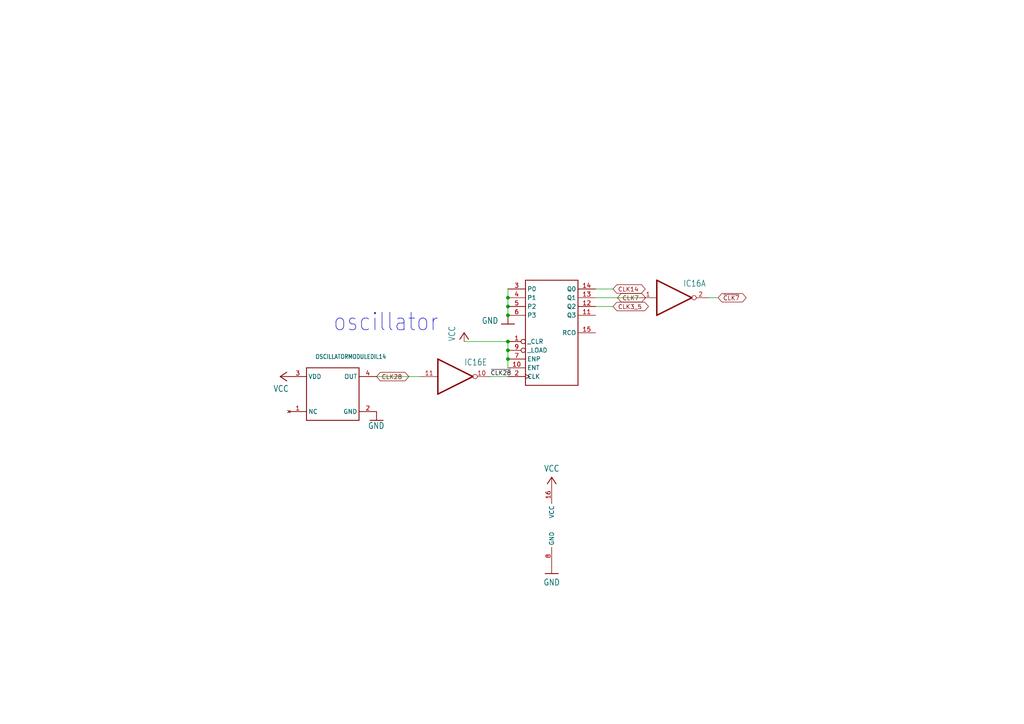
<source format=kicad_sch>
(kicad_sch (version 20230121) (generator eeschema)

  (uuid f825cb64-79c3-4fd9-a289-6df230eebe13)

  (paper "A4")

  (lib_symbols
    (symbol "cpu-blitter-inputs-eagle-import:7404N" (in_bom yes) (on_board yes)
      (property "Reference" "IC" (at -0.635 -0.635 0)
        (effects (font (size 1.778 1.5113)) (justify left bottom))
      )
      (property "Value" "" (at 2.54 -5.08 0)
        (effects (font (size 1.778 1.5113)) (justify left bottom) hide)
      )
      (property "Footprint" "cpu-blitter-inputs:DIL14" (at 0 0 0)
        (effects (font (size 1.27 1.27)) hide)
      )
      (property "Datasheet" "" (at 0 0 0)
        (effects (font (size 1.27 1.27)) hide)
      )
      (property "ki_locked" "" (at 0 0 0)
        (effects (font (size 1.27 1.27)))
      )
      (symbol "7404N_1_0"
        (polyline
          (pts
            (xy -5.08 -5.08)
            (xy -5.08 5.08)
          )
          (stroke (width 0.4064) (type solid))
          (fill (type none))
        )
        (polyline
          (pts
            (xy -5.08 5.08)
            (xy 5.08 0)
          )
          (stroke (width 0.4064) (type solid))
          (fill (type none))
        )
        (polyline
          (pts
            (xy 5.08 0)
            (xy -5.08 -5.08)
          )
          (stroke (width 0.4064) (type solid))
          (fill (type none))
        )
        (pin input line (at -10.16 0 0) (length 5.08)
          (name "I" (effects (font (size 0 0))))
          (number "1" (effects (font (size 1.27 1.27))))
        )
        (pin output inverted (at 10.16 0 180) (length 5.08)
          (name "O" (effects (font (size 0 0))))
          (number "2" (effects (font (size 1.27 1.27))))
        )
      )
      (symbol "7404N_2_0"
        (polyline
          (pts
            (xy -5.08 -5.08)
            (xy -5.08 5.08)
          )
          (stroke (width 0.4064) (type solid))
          (fill (type none))
        )
        (polyline
          (pts
            (xy -5.08 5.08)
            (xy 5.08 0)
          )
          (stroke (width 0.4064) (type solid))
          (fill (type none))
        )
        (polyline
          (pts
            (xy 5.08 0)
            (xy -5.08 -5.08)
          )
          (stroke (width 0.4064) (type solid))
          (fill (type none))
        )
        (pin input line (at -10.16 0 0) (length 5.08)
          (name "I" (effects (font (size 0 0))))
          (number "3" (effects (font (size 1.27 1.27))))
        )
        (pin output inverted (at 10.16 0 180) (length 5.08)
          (name "O" (effects (font (size 0 0))))
          (number "4" (effects (font (size 1.27 1.27))))
        )
      )
      (symbol "7404N_3_0"
        (polyline
          (pts
            (xy -5.08 -5.08)
            (xy -5.08 5.08)
          )
          (stroke (width 0.4064) (type solid))
          (fill (type none))
        )
        (polyline
          (pts
            (xy -5.08 5.08)
            (xy 5.08 0)
          )
          (stroke (width 0.4064) (type solid))
          (fill (type none))
        )
        (polyline
          (pts
            (xy 5.08 0)
            (xy -5.08 -5.08)
          )
          (stroke (width 0.4064) (type solid))
          (fill (type none))
        )
        (pin input line (at -10.16 0 0) (length 5.08)
          (name "I" (effects (font (size 0 0))))
          (number "5" (effects (font (size 1.27 1.27))))
        )
        (pin output inverted (at 10.16 0 180) (length 5.08)
          (name "O" (effects (font (size 0 0))))
          (number "6" (effects (font (size 1.27 1.27))))
        )
      )
      (symbol "7404N_4_0"
        (polyline
          (pts
            (xy -5.08 -5.08)
            (xy -5.08 5.08)
          )
          (stroke (width 0.4064) (type solid))
          (fill (type none))
        )
        (polyline
          (pts
            (xy -5.08 5.08)
            (xy 5.08 0)
          )
          (stroke (width 0.4064) (type solid))
          (fill (type none))
        )
        (polyline
          (pts
            (xy 5.08 0)
            (xy -5.08 -5.08)
          )
          (stroke (width 0.4064) (type solid))
          (fill (type none))
        )
        (pin output inverted (at 10.16 0 180) (length 5.08)
          (name "O" (effects (font (size 0 0))))
          (number "8" (effects (font (size 1.27 1.27))))
        )
        (pin input line (at -10.16 0 0) (length 5.08)
          (name "I" (effects (font (size 0 0))))
          (number "9" (effects (font (size 1.27 1.27))))
        )
      )
      (symbol "7404N_5_0"
        (polyline
          (pts
            (xy -5.08 -5.08)
            (xy -5.08 5.08)
          )
          (stroke (width 0.4064) (type solid))
          (fill (type none))
        )
        (polyline
          (pts
            (xy -5.08 5.08)
            (xy 5.08 0)
          )
          (stroke (width 0.4064) (type solid))
          (fill (type none))
        )
        (polyline
          (pts
            (xy 5.08 0)
            (xy -5.08 -5.08)
          )
          (stroke (width 0.4064) (type solid))
          (fill (type none))
        )
        (pin output inverted (at 10.16 0 180) (length 5.08)
          (name "O" (effects (font (size 0 0))))
          (number "10" (effects (font (size 1.27 1.27))))
        )
        (pin input line (at -10.16 0 0) (length 5.08)
          (name "I" (effects (font (size 0 0))))
          (number "11" (effects (font (size 1.27 1.27))))
        )
      )
      (symbol "7404N_6_0"
        (polyline
          (pts
            (xy -5.08 -5.08)
            (xy -5.08 5.08)
          )
          (stroke (width 0.4064) (type solid))
          (fill (type none))
        )
        (polyline
          (pts
            (xy -5.08 5.08)
            (xy 5.08 0)
          )
          (stroke (width 0.4064) (type solid))
          (fill (type none))
        )
        (polyline
          (pts
            (xy 5.08 0)
            (xy -5.08 -5.08)
          )
          (stroke (width 0.4064) (type solid))
          (fill (type none))
        )
        (pin output inverted (at 10.16 0 180) (length 5.08)
          (name "O" (effects (font (size 0 0))))
          (number "12" (effects (font (size 1.27 1.27))))
        )
        (pin input line (at -10.16 0 0) (length 5.08)
          (name "I" (effects (font (size 0 0))))
          (number "13" (effects (font (size 1.27 1.27))))
        )
      )
      (symbol "7404N_7_0"
        (text "GND" (at 1.905 -7.62 900)
          (effects (font (size 1.27 1.0795)) (justify left bottom))
        )
        (text "VCC" (at 1.905 5.08 900)
          (effects (font (size 1.27 1.0795)) (justify left bottom))
        )
        (pin power_in line (at 0 10.16 270) (length 7.62)
          (name "VCC" (effects (font (size 0 0))))
          (number "14" (effects (font (size 1.27 1.27))))
        )
        (pin power_in line (at 0 -10.16 90) (length 7.62)
          (name "GND" (effects (font (size 0 0))))
          (number "7" (effects (font (size 1.27 1.27))))
        )
      )
    )
    (symbol "cpu-blitter-inputs-eagle-import:74HC163" (in_bom yes) (on_board yes)
      (property "Reference" "" (at 0 0 0)
        (effects (font (size 1.27 1.27)) hide)
      )
      (property "Value" "" (at 0 0 0)
        (effects (font (size 1.27 1.27)) hide)
      )
      (property "Footprint" "cpu-blitter-inputs:DIL16" (at 0 0 0)
        (effects (font (size 1.27 1.27)) hide)
      )
      (property "Datasheet" "" (at 0 0 0)
        (effects (font (size 1.27 1.27)) hide)
      )
      (property "ki_locked" "" (at 0 0 0)
        (effects (font (size 1.27 1.27)))
      )
      (symbol "74HC163_1_0"
        (polyline
          (pts
            (xy -7.62 -15.24)
            (xy -7.62 15.24)
          )
          (stroke (width 0.254) (type solid))
          (fill (type none))
        )
        (polyline
          (pts
            (xy -7.62 15.24)
            (xy 7.62 15.24)
          )
          (stroke (width 0.254) (type solid))
          (fill (type none))
        )
        (polyline
          (pts
            (xy 7.62 -15.24)
            (xy -7.62 -15.24)
          )
          (stroke (width 0.254) (type solid))
          (fill (type none))
        )
        (polyline
          (pts
            (xy 7.62 15.24)
            (xy 7.62 -15.24)
          )
          (stroke (width 0.254) (type solid))
          (fill (type none))
        )
        (pin bidirectional inverted (at -12.7 -2.54 0) (length 5.08)
          (name "_CLR" (effects (font (size 1.27 1.27))))
          (number "1" (effects (font (size 1.27 1.27))))
        )
        (pin bidirectional line (at -12.7 -10.16 0) (length 5.08)
          (name "ENT" (effects (font (size 1.27 1.27))))
          (number "10" (effects (font (size 1.27 1.27))))
        )
        (pin bidirectional line (at 12.7 5.08 180) (length 5.08)
          (name "Q3" (effects (font (size 1.27 1.27))))
          (number "11" (effects (font (size 1.27 1.27))))
        )
        (pin bidirectional line (at 12.7 7.62 180) (length 5.08)
          (name "Q2" (effects (font (size 1.27 1.27))))
          (number "12" (effects (font (size 1.27 1.27))))
        )
        (pin bidirectional line (at 12.7 10.16 180) (length 5.08)
          (name "Q1" (effects (font (size 1.27 1.27))))
          (number "13" (effects (font (size 1.27 1.27))))
        )
        (pin bidirectional line (at 12.7 12.7 180) (length 5.08)
          (name "Q0" (effects (font (size 1.27 1.27))))
          (number "14" (effects (font (size 1.27 1.27))))
        )
        (pin bidirectional line (at 12.7 0 180) (length 5.08)
          (name "RCO" (effects (font (size 1.27 1.27))))
          (number "15" (effects (font (size 1.27 1.27))))
        )
        (pin bidirectional clock (at -12.7 -12.7 0) (length 5.08)
          (name "CLK" (effects (font (size 1.27 1.27))))
          (number "2" (effects (font (size 1.27 1.27))))
        )
        (pin bidirectional line (at -12.7 12.7 0) (length 5.08)
          (name "P0" (effects (font (size 1.27 1.27))))
          (number "3" (effects (font (size 1.27 1.27))))
        )
        (pin bidirectional line (at -12.7 10.16 0) (length 5.08)
          (name "P1" (effects (font (size 1.27 1.27))))
          (number "4" (effects (font (size 1.27 1.27))))
        )
        (pin bidirectional line (at -12.7 7.62 0) (length 5.08)
          (name "P2" (effects (font (size 1.27 1.27))))
          (number "5" (effects (font (size 1.27 1.27))))
        )
        (pin bidirectional line (at -12.7 5.08 0) (length 5.08)
          (name "P3" (effects (font (size 1.27 1.27))))
          (number "6" (effects (font (size 1.27 1.27))))
        )
        (pin bidirectional line (at -12.7 -7.62 0) (length 5.08)
          (name "ENP" (effects (font (size 1.27 1.27))))
          (number "7" (effects (font (size 1.27 1.27))))
        )
        (pin bidirectional inverted (at -12.7 -5.08 0) (length 5.08)
          (name "_LOAD" (effects (font (size 1.27 1.27))))
          (number "9" (effects (font (size 1.27 1.27))))
        )
      )
      (symbol "74HC163_2_0"
        (pin power_in line (at 0 12.7 270) (length 5.08)
          (name "VCC" (effects (font (size 1.27 1.27))))
          (number "16" (effects (font (size 1.27 1.27))))
        )
        (pin power_in line (at 0 -10.16 90) (length 5.08)
          (name "GND" (effects (font (size 1.27 1.27))))
          (number "8" (effects (font (size 1.27 1.27))))
        )
      )
    )
    (symbol "cpu-blitter-inputs-eagle-import:GND" (power) (in_bom yes) (on_board yes)
      (property "Reference" "#GND" (at 0 0 0)
        (effects (font (size 1.27 1.27)) hide)
      )
      (property "Value" "GND" (at -2.54 -2.54 0)
        (effects (font (size 1.778 1.5113)) (justify left bottom))
      )
      (property "Footprint" "" (at 0 0 0)
        (effects (font (size 1.27 1.27)) hide)
      )
      (property "Datasheet" "" (at 0 0 0)
        (effects (font (size 1.27 1.27)) hide)
      )
      (property "ki_locked" "" (at 0 0 0)
        (effects (font (size 1.27 1.27)))
      )
      (symbol "GND_1_0"
        (polyline
          (pts
            (xy -1.905 0)
            (xy 1.905 0)
          )
          (stroke (width 0.254) (type solid))
          (fill (type none))
        )
        (pin power_in line (at 0 2.54 270) (length 2.54)
          (name "GND" (effects (font (size 0 0))))
          (number "1" (effects (font (size 0 0))))
        )
      )
    )
    (symbol "cpu-blitter-inputs-eagle-import:OSCILLATORMODULEDIL14" (in_bom yes) (on_board yes)
      (property "Reference" "U$2" (at -5.08 12.7 0)
        (effects (font (size 1.27 1.0795)) (justify left bottom) hide)
      )
      (property "Value" "OSCILLATORMODULEDIL14" (at -5.08 10.16 0)
        (effects (font (size 1.27 1.0795)) (justify left bottom))
      )
      (property "Footprint" "Oscillator:Oscillator_SMD_IQD_IQXO70-4Pin_7.5x5.0mm_HandSoldering" (at 0 0 0)
        (effects (font (size 1.27 1.27)) hide)
      )
      (property "Datasheet" "" (at 0 0 0)
        (effects (font (size 1.27 1.27)) hide)
      )
      (property "ki_locked" "" (at 0 0 0)
        (effects (font (size 1.27 1.27)))
      )
      (symbol "OSCILLATORMODULEDIL14_1_0"
        (polyline
          (pts
            (xy -7.62 -7.62)
            (xy 7.62 -7.62)
          )
          (stroke (width 0.254) (type solid))
          (fill (type none))
        )
        (polyline
          (pts
            (xy -7.62 7.62)
            (xy -7.62 -7.62)
          )
          (stroke (width 0.254) (type solid))
          (fill (type none))
        )
        (polyline
          (pts
            (xy 7.62 -7.62)
            (xy 7.62 7.62)
          )
          (stroke (width 0.254) (type solid))
          (fill (type none))
        )
        (polyline
          (pts
            (xy 7.62 7.62)
            (xy -7.62 7.62)
          )
          (stroke (width 0.254) (type solid))
          (fill (type none))
        )
        (pin no_connect line (at -12.7 -5.08 0) (length 5.08)
          (name "NC" (effects (font (size 1.27 1.27))))
          (number "1" (effects (font (size 1.27 1.27))))
        )
        (pin power_in line (at 12.7 -5.08 180) (length 5.08)
          (name "GND" (effects (font (size 1.27 1.27))))
          (number "2" (effects (font (size 1.27 1.27))))
        )
        (pin power_in line (at -12.7 5.08 0) (length 5.08)
          (name "VDD" (effects (font (size 1.27 1.27))))
          (number "3" (effects (font (size 1.27 1.27))))
        )
        (pin output line (at 12.7 5.08 180) (length 5.08)
          (name "OUT" (effects (font (size 1.27 1.27))))
          (number "4" (effects (font (size 1.27 1.27))))
        )
      )
    )
    (symbol "cpu-blitter-inputs-eagle-import:VCC" (power) (in_bom yes) (on_board yes)
      (property "Reference" "#P+" (at 0 0 0)
        (effects (font (size 1.27 1.27)) hide)
      )
      (property "Value" "VCC" (at -2.54 -2.54 90)
        (effects (font (size 1.778 1.5113)) (justify left bottom))
      )
      (property "Footprint" "" (at 0 0 0)
        (effects (font (size 1.27 1.27)) hide)
      )
      (property "Datasheet" "" (at 0 0 0)
        (effects (font (size 1.27 1.27)) hide)
      )
      (property "ki_locked" "" (at 0 0 0)
        (effects (font (size 1.27 1.27)))
      )
      (symbol "VCC_1_0"
        (polyline
          (pts
            (xy 0 0)
            (xy -1.27 -1.905)
          )
          (stroke (width 0.254) (type solid))
          (fill (type none))
        )
        (polyline
          (pts
            (xy 1.27 -1.905)
            (xy 0 0)
          )
          (stroke (width 0.254) (type solid))
          (fill (type none))
        )
        (pin power_in line (at 0 -2.54 90) (length 2.54)
          (name "VCC" (effects (font (size 0 0))))
          (number "1" (effects (font (size 0 0))))
        )
      )
    )
  )

  (junction (at 147.32 101.6) (diameter 0) (color 0 0 0 0)
    (uuid 28915fcf-e2fc-4936-b8c1-4edaa8dd445b)
  )
  (junction (at 147.32 104.14) (diameter 0) (color 0 0 0 0)
    (uuid 4a83e75f-2a26-4f74-a983-f5a9fd64a519)
  )
  (junction (at 147.32 91.44) (diameter 0) (color 0 0 0 0)
    (uuid 4f5182e2-5ed9-4eae-9f91-5b09a4b3584c)
  )
  (junction (at 147.32 86.36) (diameter 0) (color 0 0 0 0)
    (uuid 731de2d4-b00e-4d63-9c5f-affd633a06d7)
  )
  (junction (at 147.32 88.9) (diameter 0) (color 0 0 0 0)
    (uuid 87cc2c4c-e448-45ed-b487-e4b33dff913c)
  )
  (junction (at 147.32 99.06) (diameter 0) (color 0 0 0 0)
    (uuid d345512d-22a1-4ec2-b790-de615965b283)
  )

  (wire (pts (xy 147.32 106.68) (xy 147.32 104.14))
    (stroke (width 0.1524) (type solid))
    (uuid 10d59624-826c-46e5-8298-653f028df2a0)
  )
  (wire (pts (xy 147.32 86.36) (xy 147.32 83.82))
    (stroke (width 0.1524) (type solid))
    (uuid 2953dd12-db55-46b6-bc96-6da396606646)
  )
  (wire (pts (xy 147.32 88.9) (xy 147.32 86.36))
    (stroke (width 0.1524) (type solid))
    (uuid 2ba63891-3230-4f3a-a932-98fb8c69cbc7)
  )
  (wire (pts (xy 172.72 83.82) (xy 177.8 83.82))
    (stroke (width 0.1524) (type solid))
    (uuid 33ea54c3-2f6f-4b5e-86a0-96e3351de111)
  )
  (wire (pts (xy 147.32 91.44) (xy 147.32 88.9))
    (stroke (width 0.1524) (type solid))
    (uuid 3ac53fe2-6493-4b81-807e-cf3da7da2825)
  )
  (wire (pts (xy 109.22 109.22) (xy 121.92 109.22))
    (stroke (width 0.1524) (type solid))
    (uuid 4455f1b3-0b92-4baf-83ff-4bfa4b5c2568)
  )
  (wire (pts (xy 205.74 86.36) (xy 208.28 86.36))
    (stroke (width 0.1524) (type solid))
    (uuid 481afbbc-8a13-4a7b-84eb-04ad29aaf3e0)
  )
  (wire (pts (xy 172.72 86.36) (xy 185.42 86.36))
    (stroke (width 0.1524) (type solid))
    (uuid 67d0d22d-9af6-4afa-9752-9602cbcdc38d)
  )
  (wire (pts (xy 147.32 109.22) (xy 142.24 109.22))
    (stroke (width 0.1524) (type solid))
    (uuid b4699c50-9276-4a67-a036-110f2e844af9)
  )
  (wire (pts (xy 147.32 101.6) (xy 147.32 104.14))
    (stroke (width 0.1524) (type solid))
    (uuid b74a3c3b-3cf5-4383-b9e0-898fac78726d)
  )
  (wire (pts (xy 172.72 88.9) (xy 177.8 88.9))
    (stroke (width 0.1524) (type solid))
    (uuid c157f5fd-cded-46d3-a8a3-05e2f908f7e9)
  )
  (wire (pts (xy 134.62 99.06) (xy 147.32 99.06))
    (stroke (width 0.1524) (type solid))
    (uuid dff1e206-35cd-409c-9fd1-9aa7ded8b11d)
  )
  (wire (pts (xy 147.32 101.6) (xy 147.32 99.06))
    (stroke (width 0.1524) (type solid))
    (uuid e80e3603-8664-4b9a-af40-ebec59a0e6e6)
  )

  (text "oscillator" (at 96.52 96.52 0)
    (effects (font (size 5.08 4.318)) (justify left bottom))
    (uuid 5a7ebebb-6f08-45f1-a6c5-01532ca6d5c5)
  )

  (label "~{CLK28}" (at 142.24 109.22 0) (fields_autoplaced)
    (effects (font (size 1.2446 1.2446)) (justify left bottom))
    (uuid a9c150fc-5bbf-49d4-83a8-064aa2e9e7b4)
  )

  (global_label "CLK14" (shape bidirectional) (at 177.8 83.82 0) (fields_autoplaced)
    (effects (font (size 1.2446 1.2446)) (justify left))
    (uuid 0d9d2405-8734-4be5-872c-931cbaa6254d)
    (property "Intersheetrefs" "${INTERSHEET_REFS}" (at 187.6037 83.82 0)
      (effects (font (size 1.27 1.27)) (justify left) hide)
    )
  )
  (global_label "CLK3_5" (shape bidirectional) (at 177.8 88.9 0) (fields_autoplaced)
    (effects (font (size 1.2446 1.2446)) (justify left))
    (uuid 53540475-8ec7-4784-8219-800683fb861d)
    (property "Intersheetrefs" "${INTERSHEET_REFS}" (at 188.552 88.9 0)
      (effects (font (size 1.27 1.27)) (justify left) hide)
    )
  )
  (global_label "CLK7" (shape bidirectional) (at 179.07 86.36 0) (fields_autoplaced)
    (effects (font (size 1.2446 1.2446)) (justify left))
    (uuid 6608c9fc-ec3e-4a9d-923f-837f2866a813)
    (property "Intersheetrefs" "${INTERSHEET_REFS}" (at 187.6884 86.36 0)
      (effects (font (size 1.27 1.27)) (justify left) hide)
    )
  )
  (global_label "CLK28" (shape bidirectional) (at 109.22 109.22 0) (fields_autoplaced)
    (effects (font (size 1.2446 1.2446)) (justify left))
    (uuid f2c5df9f-3ada-4508-b25f-58dc3a7ef5fc)
    (property "Intersheetrefs" "${INTERSHEET_REFS}" (at 119.0237 109.22 0)
      (effects (font (size 1.27 1.27)) (justify left) hide)
    )
  )
  (global_label "~{CLK7}" (shape bidirectional) (at 208.28 86.36 0) (fields_autoplaced)
    (effects (font (size 1.2446 1.2446)) (justify left))
    (uuid fff6889c-a84e-406f-bf0c-fe5642ec6df7)
    (property "Intersheetrefs" "${INTERSHEET_REFS}" (at 216.8984 86.36 0)
      (effects (font (size 1.27 1.27)) (justify left) hide)
    )
  )

  (symbol (lib_id "cpu-blitter-inputs-eagle-import:OSCILLATORMODULEDIL14") (at 96.52 114.3 0) (unit 1)
    (in_bom yes) (on_board yes) (dnp no)
    (uuid 254af2e3-7865-4425-a534-0c8163c72ed4)
    (property "Reference" "U$2" (at 91.44 101.6 0)
      (effects (font (size 1.27 1.0795)) (justify left bottom) hide)
    )
    (property "Value" "OSCILLATORMODULEDIL14" (at 91.44 104.14 0)
      (effects (font (size 1.27 1.0795)) (justify left bottom))
    )
    (property "Footprint" "Oscillator:Oscillator_SMD_IQD_IQXO70-4Pin_7.5x5.0mm_HandSoldering" (at 96.52 114.3 0)
      (effects (font (size 1.27 1.27)) hide)
    )
    (property "Datasheet" "" (at 96.52 114.3 0)
      (effects (font (size 1.27 1.27)) hide)
    )
    (property "MPN" "LFSPXO022134Bulk" (at 96.52 114.3 0)
      (effects (font (size 1.27 1.27)) hide)
    )
    (pin "1" (uuid f8c4f622-7689-4b5b-ba6d-d347cafc2a41))
    (pin "2" (uuid 9cc673fa-9289-47bd-b77d-d1191ee84a77))
    (pin "3" (uuid ae0f5284-e98a-4e89-8f2c-93812eb2b717))
    (pin "4" (uuid b1407232-080e-48ed-807c-84ebc6d935f9))
    (instances
      (project "LogicBoard_smt"
        (path "/28034957-81b4-48a5-b869-6f4cb8f0c2fa/ece8c674-80b2-4664-a47f-204f39ea3530"
          (reference "U$2") (unit 1)
        )
      )
    )
  )

  (symbol (lib_id "cpu-blitter-inputs-eagle-import:GND") (at 109.22 121.92 0) (unit 1)
    (in_bom yes) (on_board yes) (dnp no)
    (uuid 456fe370-08c2-4a8f-bbc7-683bd87fc438)
    (property "Reference" "#GND035" (at 109.22 121.92 0)
      (effects (font (size 1.27 1.27)) hide)
    )
    (property "Value" "GND" (at 106.68 124.46 0)
      (effects (font (size 1.778 1.5113)) (justify left bottom))
    )
    (property "Footprint" "" (at 109.22 121.92 0)
      (effects (font (size 1.27 1.27)) hide)
    )
    (property "Datasheet" "" (at 109.22 121.92 0)
      (effects (font (size 1.27 1.27)) hide)
    )
    (pin "1" (uuid 5dba6355-bf0b-4215-a7b8-025468b780b1))
    (instances
      (project "LogicBoard_smt"
        (path "/28034957-81b4-48a5-b869-6f4cb8f0c2fa/ece8c674-80b2-4664-a47f-204f39ea3530"
          (reference "#GND035") (unit 1)
        )
      )
    )
  )

  (symbol (lib_id "cpu-blitter-inputs-eagle-import:VCC") (at 134.62 96.52 0) (unit 1)
    (in_bom yes) (on_board yes) (dnp no)
    (uuid 64a3ef7c-8856-45f6-84f0-d9512cc90adc)
    (property "Reference" "#P+050" (at 134.62 96.52 0)
      (effects (font (size 1.27 1.27)) hide)
    )
    (property "Value" "VCC" (at 132.08 99.06 90)
      (effects (font (size 1.778 1.5113)) (justify left bottom))
    )
    (property "Footprint" "" (at 134.62 96.52 0)
      (effects (font (size 1.27 1.27)) hide)
    )
    (property "Datasheet" "" (at 134.62 96.52 0)
      (effects (font (size 1.27 1.27)) hide)
    )
    (pin "1" (uuid 2abde7c5-c06f-4f88-959a-78520aa6ebf5))
    (instances
      (project "LogicBoard_smt"
        (path "/28034957-81b4-48a5-b869-6f4cb8f0c2fa/ece8c674-80b2-4664-a47f-204f39ea3530"
          (reference "#P+050") (unit 1)
        )
      )
    )
  )

  (symbol (lib_id "cpu-blitter-inputs-eagle-import:7404N") (at 132.08 109.22 0) (unit 5)
    (in_bom yes) (on_board yes) (dnp no)
    (uuid 9178aab1-bdad-45d2-a9df-6a9ea00a3150)
    (property "Reference" "IC16" (at 134.62 106.045 0)
      (effects (font (size 1.778 1.5113)) (justify left bottom))
    )
    (property "Value" "7404N" (at 134.62 114.3 0)
      (effects (font (size 1.778 1.5113)) (justify left bottom) hide)
    )
    (property "Footprint" "Package_SO:TSSOP-14_4.4x5mm_P0.65mm" (at 132.08 109.22 0)
      (effects (font (size 1.27 1.27)) hide)
    )
    (property "Datasheet" "" (at 132.08 109.22 0)
      (effects (font (size 1.27 1.27)) hide)
    )
    (property "MPN" "74HC04PW,118" (at 132.08 109.22 0)
      (effects (font (size 1.27 1.27)) hide)
    )
    (pin "1" (uuid ca1e3fd2-9300-48ce-95f4-8b931eae46ed))
    (pin "2" (uuid 38b877f2-109b-4aab-9741-fbc18b3210b8))
    (pin "3" (uuid 71d29c08-d276-44cb-afb5-f597bff3aa63))
    (pin "4" (uuid d728047c-907a-4402-913c-97e277ff4a3a))
    (pin "5" (uuid 0b19f847-ae8e-4b13-acea-c33d8635da18))
    (pin "6" (uuid 0c5ab8c3-2117-4240-945d-99f9177d415a))
    (pin "8" (uuid ec67ed85-68f2-41ad-99c2-9b4627074cd0))
    (pin "9" (uuid 56f05b75-3805-441a-b085-8ea96465fb30))
    (pin "10" (uuid 76aefeb6-6592-4bdf-9e4a-e883b157518b))
    (pin "11" (uuid 06d9bf37-0d2a-4207-bc72-42bd5750a69e))
    (pin "12" (uuid b4ad8f18-3297-4589-be7e-9fd457ab4743))
    (pin "13" (uuid c86a515f-e2d5-4521-a8c9-aaddc7a3d304))
    (pin "14" (uuid 6bc1c9fc-07f1-45fd-9dc1-773b8bc1397b))
    (pin "7" (uuid 5fe0cc33-fd15-409c-a5ce-9273d11c3c43))
    (instances
      (project "LogicBoard_smt"
        (path "/28034957-81b4-48a5-b869-6f4cb8f0c2fa/ece8c674-80b2-4664-a47f-204f39ea3530"
          (reference "IC16") (unit 5)
        )
      )
    )
  )

  (symbol (lib_id "cpu-blitter-inputs-eagle-import:VCC") (at 160.02 138.43 0) (unit 1)
    (in_bom yes) (on_board yes) (dnp no) (fields_autoplaced)
    (uuid 9cb8eb0c-79da-4eaf-8e3c-f9af6d9fd37f)
    (property "Reference" "#P+053" (at 160.02 138.43 0)
      (effects (font (size 1.27 1.27)) hide)
    )
    (property "Value" "VCC" (at 160.02 135.89 0)
      (effects (font (size 1.778 1.5113)))
    )
    (property "Footprint" "" (at 160.02 138.43 0)
      (effects (font (size 1.27 1.27)) hide)
    )
    (property "Datasheet" "" (at 160.02 138.43 0)
      (effects (font (size 1.27 1.27)) hide)
    )
    (pin "1" (uuid ab78b098-4b4d-4cb4-9587-4c54dc228530))
    (instances
      (project "LogicBoard_smt"
        (path "/28034957-81b4-48a5-b869-6f4cb8f0c2fa/ece8c674-80b2-4664-a47f-204f39ea3530"
          (reference "#P+053") (unit 1)
        )
      )
    )
  )

  (symbol (lib_id "cpu-blitter-inputs-eagle-import:74HC163") (at 160.02 96.52 0) (unit 1)
    (in_bom yes) (on_board yes) (dnp no)
    (uuid 9dd0839d-0740-4452-b071-e09ab06e1b04)
    (property "Reference" "U$6" (at 160.02 96.52 0)
      (effects (font (size 1.27 1.27)) hide)
    )
    (property "Value" "74AC161" (at 160.02 96.52 0)
      (effects (font (size 1.27 1.27)) hide)
    )
    (property "Footprint" "Package_SO:SOIC-16_3.9x9.9mm_P1.27mm" (at 160.02 96.52 0)
      (effects (font (size 1.27 1.27)) hide)
    )
    (property "Datasheet" "" (at 160.02 96.52 0)
      (effects (font (size 1.27 1.27)) hide)
    )
    (property "MPN" "CD74AC161M96" (at 160.02 96.52 0)
      (effects (font (size 1.27 1.27)) hide)
    )
    (pin "1" (uuid a68bf6a4-e4b6-40dd-b07e-759915f1f555))
    (pin "10" (uuid 2ed59f0a-798a-4b98-87ac-b11ef53f1dad))
    (pin "11" (uuid b4866a38-ece4-444c-9233-70b5847a1178))
    (pin "12" (uuid 345d7f53-2eb2-4832-8b9d-492764971ca4))
    (pin "13" (uuid 7d078504-a8bc-4445-8176-24415308dd3c))
    (pin "14" (uuid 7c81ee23-00fc-4469-8df3-a6a7daf13fcb))
    (pin "15" (uuid 45b9089a-f601-472e-93a2-0f11310c7fa5))
    (pin "2" (uuid 96e7a44d-ff49-4025-a435-bbfbc0d6b2ef))
    (pin "3" (uuid 25a3760a-8949-4278-a67f-02c80b250592))
    (pin "4" (uuid 582c4915-a57b-46e4-8a05-449378dcb7ba))
    (pin "5" (uuid f576770d-7816-4a0d-ae2c-d00c8da3d946))
    (pin "6" (uuid 5048de75-f0d2-42df-ad64-061a464908c0))
    (pin "7" (uuid dd9d44ab-2062-4f80-81d5-8530f323b885))
    (pin "9" (uuid 91b691f4-ccfa-49b4-807e-64eb9c39cc7f))
    (pin "16" (uuid 757c8a92-cf2a-4566-9703-803d808f355b))
    (pin "8" (uuid 2e12741b-e26e-4563-8eea-69b34ec430b2))
    (instances
      (project "LogicBoard_smt"
        (path "/28034957-81b4-48a5-b869-6f4cb8f0c2fa/ece8c674-80b2-4664-a47f-204f39ea3530"
          (reference "U$6") (unit 1)
        )
      )
    )
  )

  (symbol (lib_id "cpu-blitter-inputs-eagle-import:GND") (at 160.02 166.37 0) (unit 1)
    (in_bom yes) (on_board yes) (dnp no) (fields_autoplaced)
    (uuid add7dfda-1c1c-43ec-8475-2de9ca11d3e5)
    (property "Reference" "#GND04" (at 160.02 166.37 0)
      (effects (font (size 1.27 1.27)) hide)
    )
    (property "Value" "GND" (at 160.02 168.91 0)
      (effects (font (size 1.778 1.5113)))
    )
    (property "Footprint" "" (at 160.02 166.37 0)
      (effects (font (size 1.27 1.27)) hide)
    )
    (property "Datasheet" "" (at 160.02 166.37 0)
      (effects (font (size 1.27 1.27)) hide)
    )
    (pin "1" (uuid 60772deb-5787-46d9-bd5f-a8399efc8085))
    (instances
      (project "LogicBoard_smt"
        (path "/28034957-81b4-48a5-b869-6f4cb8f0c2fa/ece8c674-80b2-4664-a47f-204f39ea3530"
          (reference "#GND04") (unit 1)
        )
      )
    )
  )

  (symbol (lib_id "cpu-blitter-inputs-eagle-import:VCC") (at 81.28 109.22 90) (unit 1)
    (in_bom yes) (on_board yes) (dnp no)
    (uuid c8970c8e-bb0d-4f13-97f5-2a275c630cf1)
    (property "Reference" "#P+038" (at 81.28 109.22 0)
      (effects (font (size 1.27 1.27)) hide)
    )
    (property "Value" "VCC" (at 83.82 111.76 90)
      (effects (font (size 1.778 1.5113)) (justify left bottom))
    )
    (property "Footprint" "" (at 81.28 109.22 0)
      (effects (font (size 1.27 1.27)) hide)
    )
    (property "Datasheet" "" (at 81.28 109.22 0)
      (effects (font (size 1.27 1.27)) hide)
    )
    (pin "1" (uuid 188138ed-74d4-47e7-a33b-d0deabeb68cf))
    (instances
      (project "LogicBoard_smt"
        (path "/28034957-81b4-48a5-b869-6f4cb8f0c2fa/ece8c674-80b2-4664-a47f-204f39ea3530"
          (reference "#P+038") (unit 1)
        )
      )
    )
  )

  (symbol (lib_id "cpu-blitter-inputs-eagle-import:GND") (at 147.32 93.98 0) (unit 1)
    (in_bom yes) (on_board yes) (dnp no)
    (uuid e082efb2-db2f-43b6-8781-69de8dfd98c2)
    (property "Reference" "#GND036" (at 147.32 93.98 0)
      (effects (font (size 1.27 1.27)) hide)
    )
    (property "Value" "GND" (at 139.7 93.98 0)
      (effects (font (size 1.778 1.5113)) (justify left bottom))
    )
    (property "Footprint" "" (at 147.32 93.98 0)
      (effects (font (size 1.27 1.27)) hide)
    )
    (property "Datasheet" "" (at 147.32 93.98 0)
      (effects (font (size 1.27 1.27)) hide)
    )
    (pin "1" (uuid 16d19489-a72f-41ea-8698-785400f439ab))
    (instances
      (project "LogicBoard_smt"
        (path "/28034957-81b4-48a5-b869-6f4cb8f0c2fa/ece8c674-80b2-4664-a47f-204f39ea3530"
          (reference "#GND036") (unit 1)
        )
      )
    )
  )

  (symbol (lib_id "cpu-blitter-inputs-eagle-import:7404N") (at 195.58 86.36 0) (unit 1)
    (in_bom yes) (on_board yes) (dnp no)
    (uuid e290c7bf-17b8-4f4f-b742-f8ce41234b91)
    (property "Reference" "IC16" (at 198.12 83.185 0)
      (effects (font (size 1.778 1.5113)) (justify left bottom))
    )
    (property "Value" "7404N" (at 198.12 91.44 0)
      (effects (font (size 1.778 1.5113)) (justify left bottom) hide)
    )
    (property "Footprint" "Package_SO:TSSOP-14_4.4x5mm_P0.65mm" (at 195.58 86.36 0)
      (effects (font (size 1.27 1.27)) hide)
    )
    (property "Datasheet" "" (at 195.58 86.36 0)
      (effects (font (size 1.27 1.27)) hide)
    )
    (property "MPN" "74HC04PW,118" (at 195.58 86.36 0)
      (effects (font (size 1.27 1.27)) hide)
    )
    (pin "1" (uuid 2bef2936-9f58-4012-995e-028b989fb2a9))
    (pin "2" (uuid 7c9f599e-8729-416d-8b31-802c990dfdbd))
    (pin "3" (uuid 3ce31b84-4b41-469b-86c6-c7a6a958b1c6))
    (pin "4" (uuid f2c6977e-1029-42ed-baa3-b5069c9a38b4))
    (pin "5" (uuid f60c1670-8cb7-4be9-a32c-1ffd91a8c80f))
    (pin "6" (uuid 330a4ef8-635a-4ba0-974e-e3c7fdc5f8f1))
    (pin "8" (uuid 29b7dd53-3fc8-4b9c-80f4-5e7d2de1dffe))
    (pin "9" (uuid 4c8be54b-ba34-4b39-8891-7a7b3c85f3f5))
    (pin "10" (uuid bbc356c1-9947-436f-bd11-007eabb500aa))
    (pin "11" (uuid 23ef2619-bafd-477b-961a-840d1f412c24))
    (pin "12" (uuid 6c07f81e-da38-4390-89a9-fcb09dc42136))
    (pin "13" (uuid 52a2b475-68cb-49b2-9471-3c384826fd1a))
    (pin "14" (uuid c3909b85-375f-429b-9eb6-070727344983))
    (pin "7" (uuid b1e06dea-eaca-446d-817a-0359a955bc21))
    (instances
      (project "LogicBoard_smt"
        (path "/28034957-81b4-48a5-b869-6f4cb8f0c2fa/f0ce6048-bb8c-44d1-87fc-da575349d621"
          (reference "IC16") (unit 1)
        )
        (path "/28034957-81b4-48a5-b869-6f4cb8f0c2fa/ece8c674-80b2-4664-a47f-204f39ea3530"
          (reference "IC16") (unit 1)
        )
      )
    )
  )

  (symbol (lib_id "cpu-blitter-inputs-eagle-import:74HC163") (at 160.02 153.67 0) (unit 2)
    (in_bom yes) (on_board yes) (dnp no)
    (uuid f28f2810-a3da-47bb-a624-72ed3c2a9110)
    (property "Reference" "U$6" (at 160.02 153.67 0)
      (effects (font (size 1.27 1.27)) hide)
    )
    (property "Value" "74AC161" (at 160.02 153.67 0)
      (effects (font (size 1.27 1.27)) hide)
    )
    (property "Footprint" "Package_SO:SOIC-16_3.9x9.9mm_P1.27mm" (at 160.02 153.67 0)
      (effects (font (size 1.27 1.27)) hide)
    )
    (property "Datasheet" "" (at 160.02 153.67 0)
      (effects (font (size 1.27 1.27)) hide)
    )
    (property "MPN" "CD74AC161M96" (at 160.02 153.67 0)
      (effects (font (size 1.27 1.27)) hide)
    )
    (pin "1" (uuid f99317e9-17bf-4ea9-9dc4-f4b4cdb39331))
    (pin "10" (uuid cc27f924-2970-4bec-aa74-02e7c1393983))
    (pin "11" (uuid c474b6dc-2c50-4225-989d-53847c64e2c5))
    (pin "12" (uuid dc3db111-0ffb-4eb0-9193-51c54419d096))
    (pin "13" (uuid ee8406d0-302e-4088-821f-585af038f01c))
    (pin "14" (uuid 256ba840-7e6c-45d4-b7c5-557838f224fe))
    (pin "15" (uuid 4a9afd43-2f31-4ac8-bb9b-83b96ce2fc81))
    (pin "2" (uuid f5f7e21b-df2f-41a2-8a40-34267eb4500d))
    (pin "3" (uuid 13fc1967-9a2d-4ffd-9613-79ea34688443))
    (pin "4" (uuid 313d80f8-042e-4ed4-af39-d7e582d09ced))
    (pin "5" (uuid e2a586e4-4db1-472f-9375-e386d6e20282))
    (pin "6" (uuid 56297613-0ba2-46a5-8ead-2acea7858c01))
    (pin "7" (uuid c5c997d0-579c-47c9-9571-133615edf0e1))
    (pin "9" (uuid 51f80f67-5193-4169-a24a-6f5fddd12568))
    (pin "16" (uuid e7e87367-5b44-48ea-8e40-9df9e5874de3))
    (pin "8" (uuid facd67c2-f4b9-4dbc-94fa-256084a869a4))
    (instances
      (project "LogicBoard_smt"
        (path "/28034957-81b4-48a5-b869-6f4cb8f0c2fa/ece8c674-80b2-4664-a47f-204f39ea3530"
          (reference "U$6") (unit 2)
        )
      )
    )
  )
)

</source>
